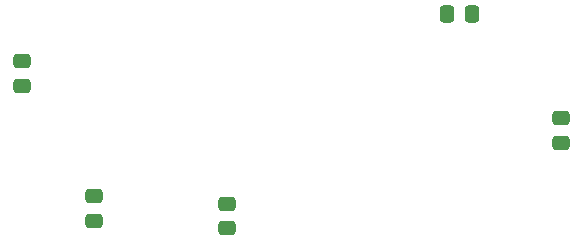
<source format=gbr>
%TF.GenerationSoftware,KiCad,Pcbnew,7.0.7*%
%TF.CreationDate,2023-09-07T16:09:01+01:00*%
%TF.ProjectId,FamiFlex,46616d69-466c-4657-982e-6b696361645f,rev?*%
%TF.SameCoordinates,Original*%
%TF.FileFunction,Paste,Bot*%
%TF.FilePolarity,Positive*%
%FSLAX46Y46*%
G04 Gerber Fmt 4.6, Leading zero omitted, Abs format (unit mm)*
G04 Created by KiCad (PCBNEW 7.0.7) date 2023-09-07 16:09:01*
%MOMM*%
%LPD*%
G01*
G04 APERTURE LIST*
G04 Aperture macros list*
%AMRoundRect*
0 Rectangle with rounded corners*
0 $1 Rounding radius*
0 $2 $3 $4 $5 $6 $7 $8 $9 X,Y pos of 4 corners*
0 Add a 4 corners polygon primitive as box body*
4,1,4,$2,$3,$4,$5,$6,$7,$8,$9,$2,$3,0*
0 Add four circle primitives for the rounded corners*
1,1,$1+$1,$2,$3*
1,1,$1+$1,$4,$5*
1,1,$1+$1,$6,$7*
1,1,$1+$1,$8,$9*
0 Add four rect primitives between the rounded corners*
20,1,$1+$1,$2,$3,$4,$5,0*
20,1,$1+$1,$4,$5,$6,$7,0*
20,1,$1+$1,$6,$7,$8,$9,0*
20,1,$1+$1,$8,$9,$2,$3,0*%
G04 Aperture macros list end*
%ADD10RoundRect,0.250000X0.475000X-0.337500X0.475000X0.337500X-0.475000X0.337500X-0.475000X-0.337500X0*%
%ADD11RoundRect,0.250000X-0.337500X-0.475000X0.337500X-0.475000X0.337500X0.475000X-0.337500X0.475000X0*%
%ADD12RoundRect,0.250000X-0.475000X0.337500X-0.475000X-0.337500X0.475000X-0.337500X0.475000X0.337500X0*%
G04 APERTURE END LIST*
D10*
%TO.C,C3*%
X64973200Y-77237500D03*
X64973200Y-75162500D03*
%TD*%
%TO.C,C2*%
X53695600Y-76606400D03*
X53695600Y-74531400D03*
%TD*%
D11*
%TO.C,C4*%
X83616800Y-59080400D03*
X85691800Y-59080400D03*
%TD*%
D12*
%TO.C,C1*%
X47650400Y-63072100D03*
X47650400Y-65147100D03*
%TD*%
%TO.C,C5*%
X93218000Y-67927400D03*
X93218000Y-70002400D03*
%TD*%
M02*

</source>
